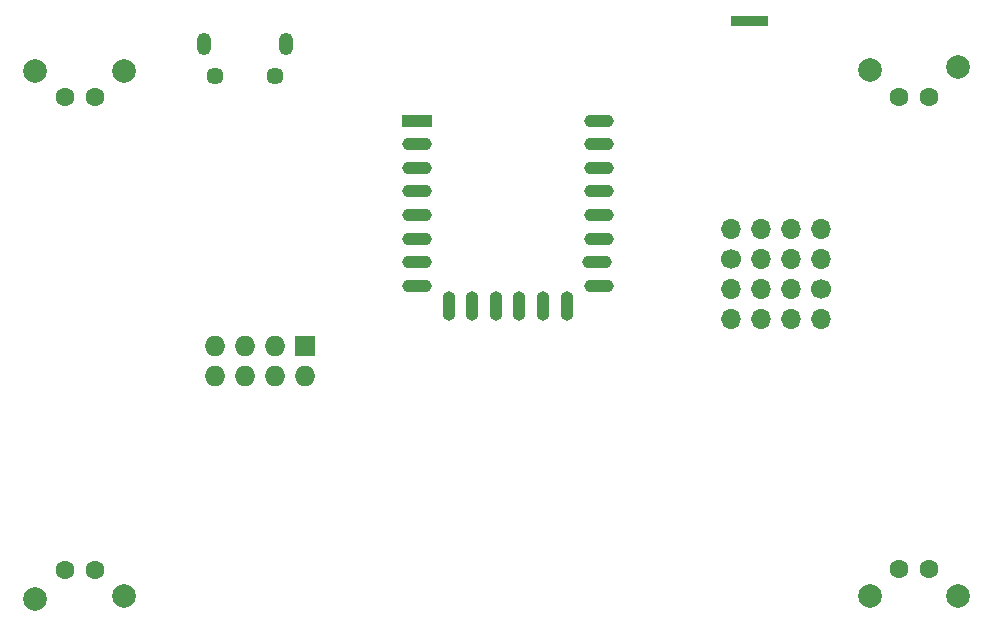
<source format=gbs>
%TF.GenerationSoftware,KiCad,Pcbnew,7.0.2-6a45011f42~172~ubuntu20.04.1*%
%TF.CreationDate,2023-05-20T00:08:38+02:00*%
%TF.ProjectId,pongCard,706f6e67-4361-4726-942e-6b696361645f,rev?*%
%TF.SameCoordinates,Original*%
%TF.FileFunction,Soldermask,Bot*%
%TF.FilePolarity,Negative*%
%FSLAX46Y46*%
G04 Gerber Fmt 4.6, Leading zero omitted, Abs format (unit mm)*
G04 Created by KiCad (PCBNEW 7.0.2-6a45011f42~172~ubuntu20.04.1) date 2023-05-20 00:08:38*
%MOMM*%
%LPD*%
G01*
G04 APERTURE LIST*
%ADD10C,0.100000*%
%ADD11O,1.200000X1.900000*%
%ADD12C,1.450000*%
%ADD13R,2.500000X1.100000*%
%ADD14O,2.500000X1.100000*%
%ADD15O,1.100000X2.500000*%
%ADD16C,2.000000*%
%ADD17C,1.600000*%
%ADD18C,1.700000*%
%ADD19O,1.700000X1.700000*%
%ADD20R,1.727200X1.727200*%
%ADD21O,1.727200X1.727200*%
G04 APERTURE END LIST*
D10*
X124841000Y-61262000D02*
X121793000Y-61262000D01*
X121793000Y-60500000D01*
X124841000Y-60500000D01*
X124841000Y-61262000D01*
G36*
X124841000Y-61262000D02*
G01*
X121793000Y-61262000D01*
X121793000Y-60500000D01*
X124841000Y-60500000D01*
X124841000Y-61262000D01*
G37*
D11*
X84145000Y-62897500D03*
D12*
X83145000Y-65597500D03*
X78145000Y-65597500D03*
D11*
X77145000Y-62897500D03*
D13*
X95185000Y-69390000D03*
D14*
X95185000Y-71390000D03*
X95185000Y-73390000D03*
X95185000Y-75390000D03*
X95185000Y-77390000D03*
X95185000Y-79390000D03*
X95185000Y-81390000D03*
X95185000Y-83390000D03*
X110585000Y-83390000D03*
X110485000Y-81390000D03*
X110585000Y-79390000D03*
X110585000Y-77390000D03*
X110585000Y-75390000D03*
X110585000Y-73390000D03*
X110585000Y-71390000D03*
X110585000Y-69390000D03*
D15*
X97875000Y-85090000D03*
X99875000Y-85090000D03*
X101875000Y-85090000D03*
X103875000Y-85090000D03*
X105875000Y-85090000D03*
X107875000Y-85090000D03*
D16*
X141037000Y-109608000D03*
D17*
X138537000Y-107358000D03*
X138537000Y-67358000D03*
X136037000Y-67358000D03*
D16*
X141037000Y-64858000D03*
X133537000Y-65108000D03*
D17*
X136037000Y-107358000D03*
D16*
X133537000Y-109608000D03*
X62905000Y-65174000D03*
D17*
X65405000Y-67424000D03*
X65405000Y-107424000D03*
X67905000Y-107424000D03*
D16*
X62905000Y-109924000D03*
X70405000Y-109674000D03*
D17*
X67905000Y-67424000D03*
D16*
X70405000Y-65174000D03*
D18*
X129413000Y-83614000D03*
D19*
X129413000Y-86154000D03*
X126873000Y-83614000D03*
X126873000Y-86154000D03*
X124333000Y-83614000D03*
X124333000Y-86154000D03*
X121793000Y-83614000D03*
X121793000Y-86154000D03*
D20*
X85725000Y-88440000D03*
D21*
X85725000Y-90980000D03*
X83185000Y-88440000D03*
X83185000Y-90980000D03*
X80645000Y-88440000D03*
X80645000Y-90980000D03*
X78105000Y-88440000D03*
X78105000Y-90980000D03*
D18*
X121793000Y-81074000D03*
D19*
X121793000Y-78534000D03*
X124333000Y-81074000D03*
X124333000Y-78534000D03*
X126873000Y-81074000D03*
X126873000Y-78534000D03*
X129413000Y-81074000D03*
X129413000Y-78534000D03*
M02*

</source>
